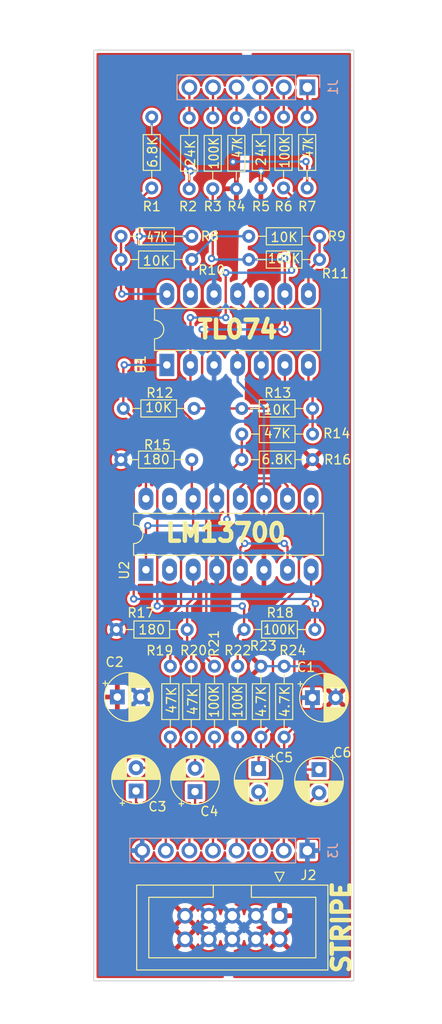
<source format=kicad_pcb>
(kicad_pcb (version 20211014) (generator pcbnew)
  (title_block (title "ER-VCA-02-DB") (date "2022-11-29") (rev "1") (company "LAND BOARDS LLC"))
  (layers (0 "F.Cu" signal) (31 "B.Cu" signal) (34 "B.Paste" user) (35 "F.Paste" user) (36 "B.SilkS" user "B.Silkscreen") (37 "F.SilkS" user "F.Silkscreen") (38 "B.Mask" user) (39 "F.Mask" user) (44 "Edge.Cuts" user))
  (net 0 "")
  (net 1 "GND")
  (net 2 "-12V")
  (net 3 "+12V")
  (net 4 "/IN2")
  (net 5 "Net-(C3-Pad2)")
  (net 6 "/IN1")
  (net 7 "Net-(C4-Pad2)")
  (net 8 "Net-(C5-Pad1)")
  (net 9 "/OUT2")
  (net 10 "Net-(C6-Pad1)")
  (net 11 "/OUT1")
  (net 12 "/POT1_CW")
  (net 13 "/POT1_CCW")
  (net 14 "/POT2_CW")
  (net 15 "/POT2_CCW")
  (net 16 "/POT2")
  (net 17 "/MOD2")
  (net 18 "/POT1")
  (net 19 "/MOD1")
  (net 21 "Net-(U2-Pad5)")
  (net 22 "Net-(U2-Pad10)")
  (net 24 "/SUM1")
  (net 25 "/SUM2")
  (net 26 "/V2A")
  (net 27 "/V1A")
  (net 28 "/V2B")
  (net 29 "/V1B")
  (net 30 "/V2C")
  (net 31 "/V1C")
  (net 32 "/V1D")
  (net 33 "Net-(R8-Pad1)")
  (net 34 "Net-(R19-Pad1)")
  (net 35 "Net-(R20-Pad1)")
  (footprint "Resistor_THT:R_Axial_DIN0204_L3.6mm_D1.6mm_P7.62mm_Horizontal" (layer "F.Cu") (at 54.559987 77.999996 180)
    (fp_text reference "R16" (at -2.69 0) (layer "F.SilkS"))
    (fp_text value "6.8K" (at 3.81 0.021996) (layer "F.SilkS"))
    (pad "1" thru_hole circle (at 0 0 180) (size 1.4 1.4) (drill 0.7) (layers *.Cu *.Mask) (net 2 "-12V"))
    (pad "2" thru_hole oval (at 7.62 0 180) (size 1.4 1.4) (drill 0.7) (layers *.Cu *.Mask) (net 32 "/V1D"))
  )
  (footprint "Package_DIP:DIP-14_W7.62mm_LongPads" (layer "F.Cu") (at 38.875 67.825 90)
    (fp_text reference "U1" (at 0.043 -2.795 90) (layer "F.SilkS"))
    (fp_text value "TL074")
    (pad "1" thru_hole rect (at 0 0 90) (size 2.4 1.6) (drill 0.8) (layers *.Cu *.Mask) (net 27 "/V1A"))
    (pad "2" thru_hole oval (at 0 2.54 90) (size 2.4 1.6) (drill 0.8) (layers *.Cu *.Mask) (net 24 "/SUM1"))
    (pad "3" thru_hole oval (at 0 5.08 90) (size 2.4 1.6) (drill 0.8) (layers *.Cu *.Mask) (net 1 "GND"))
    (pad "4" thru_hole oval (at 0 7.62 90) (size 2.4 1.6) (drill 0.8) (layers *.Cu *.Mask) (net 3 "+12V"))
    (pad "5" thru_hole oval (at 0 10.16 90) (size 2.4 1.6) (drill 0.8) (layers *.Cu *.Mask) (net 1 "GND"))
    (pad "6" thru_hole oval (at 0 12.7 90) (size 2.4 1.6) (drill 0.8) (layers *.Cu *.Mask) (net 29 "/V1B"))
    (pad "7" thru_hole oval (at 0 15.24 90) (size 2.4 1.6) (drill 0.8) (layers *.Cu *.Mask) (net 31 "/V1C"))
    (pad "8" thru_hole oval (at 7.62 15.24 90) (size 2.4 1.6) (drill 0.8) (layers *.Cu *.Mask) (net 26 "/V2A"))
    (pad "9" thru_hole oval (at 7.62 12.7 90) (size 2.4 1.6) (drill 0.8) (layers *.Cu *.Mask) (net 25 "/SUM2"))
    (pad "10" thru_hole oval (at 7.62 10.16 90) (size 2.4 1.6) (drill 0.8) (layers *.Cu *.Mask) (net 1 "GND"))
    (pad "11" thru_hole oval (at 7.62 7.62 90) (size 2.4 1.6) (drill 0.8) (layers *.Cu *.Mask) (net 2 "-12V"))
    (pad "12" thru_hole oval (at 7.62 5.08 90) (size 2.4 1.6) (drill 0.8) (layers *.Cu *.Mask) (net 1 "GND"))
    (pad "13" thru_hole oval (at 7.62 2.54 90) (size 2.4 1.6) (drill 0.8) (layers *.Cu *.Mask) (net 28 "/V2B"))
    (pad "14" thru_hole oval (at 7.62 0 90) (size 2.4 1.6) (drill 0.8) (layers *.Cu *.Mask) (net 30 "/V2C"))
  )
  (footprint "Package_DIP:DIP-16_W7.62mm_LongPads" (layer "F.Cu") (at 36.625 89.825 90)
    (fp_text reference "U2" (at -0.055 -2.33 90) (layer "F.SilkS"))
    (fp_text value "LM13700")
    (pad "1" thru_hole rect (at 0 0 90) (size 2.4 1.6) (drill 0.8) (layers *.Cu *.Mask) (net 32 "/V1D"))
    (pad "2" thru_hole oval (at 0 2.54 90) (size 2.4 1.6) (drill 0.8) (layers *.Cu *.Mask))
    (pad "3" thru_hole oval (at 0 5.08 90) (size 2.4 1.6) (drill 0.8) (layers *.Cu *.Mask) (net 35 "Net-(R20-Pad1)"))
    (pad "4" thru_hole oval (at 0 7.62 90) (size 2.4 1.6) (drill 0.8) (layers *.Cu *.Mask) (net 1 "GND"))
    (pad "5" thru_hole oval (at 0 10.16 90) (size 2.4 1.6) (drill 0.8) (layers *.Cu *.Mask) (net 21 "Net-(U2-Pad5)"))
    (pad "6" thru_hole oval (at 0 12.7 90) (size 2.4 1.6) (drill 0.8) (layers *.Cu *.Mask) (net 2 "-12V"))
    (pad "7" thru_hole oval (at 0 15.24 90) (size 2.4 1.6) (drill 0.8) (layers *.Cu *.Mask) (net 21 "Net-(U2-Pad5)"))
    (pad "8" thru_hole oval (at 0 17.78 90) (size 2.4 1.6) (drill 0.8) (layers *.Cu *.Mask) (net 10 "Net-(C6-Pad1)"))
    (pad "9" thru_hole oval (at 7.62 17.78 90) (size 2.4 1.6) (drill 0.8) (layers *.Cu *.Mask) (net 8 "Net-(C5-Pad1)"))
    (pad "10" thru_hole oval (at 7.62 15.24 90) (size 2.4 1.6) (drill 0.8) (layers *.Cu *.Mask) (net 22 "Net-(U2-Pad10)"))
    (pad "11" thru_hole oval (at 7.62 12.7 90) (size 2.4 1.6) (drill 0.8) (layers *.Cu *.Mask) (net 3 "+12V"))
    (pad "12" thru_hole oval (at 7.62 10.16 90) (size 2.4 1.6) (drill 0.8) (layers *.Cu *.Mask) (net 22 "Net-(U2-Pad10)"))
    (pad "13" thru_hole oval (at 7.62 7.62 90) (size 2.4 1.6) (drill 0.8) (layers *.Cu *.Mask) (net 1 "GND"))
    (pad "14" thru_hole oval (at 7.62 5.08 90) (size 2.4 1.6) (drill 0.8) (layers *.Cu *.Mask) (net 34 "Net-(R19-Pad1)"))
    (pad "15" thru_hole oval (at 7.62 2.54 90) (size 2.4 1.6) (drill 0.8) (layers *.Cu *.Mask))
    (pad "16" thru_hole oval (at 7.62 0 90) (size 2.4 1.6) (drill 0.8) (layers *.Cu *.Mask) (net 33 "Net-(R8-Pad1)"))
  )
  (footprint "Resistor_THT:R_Axial_DIN0204_L3.6mm_D1.6mm_P7.62mm_Horizontal" (layer "F.Cu") (at 37.249989 41.190012 -90)
    (fp_text reference "R1" (at 9.609988 0 180) (layer "F.SilkS"))
    (fp_text value "6.8K" (at 3.768 -0.088011 90) (layer "F.SilkS"))
    (pad "1" thru_hole circle (at 0 0 270) (size 1.4 1.4) (drill 0.7) (layers *.Cu *.Mask) (net 2 "-12V"))
    (pad "2" thru_hole oval (at 7.62 0 270) (size 1.4 1.4) (drill 0.7) (layers *.Cu *.Mask) (net 33 "Net-(R8-Pad1)"))
  )
  (footprint "Resistor_THT:R_Axial_DIN0204_L3.6mm_D1.6mm_P7.62mm_Horizontal" (layer "F.Cu") (at 41.499993 100.189995 -90)
    (fp_text reference "R20" (at -1.69 -0.25 180) (layer "F.SilkS"))
    (fp_text value "47K" (at 3.81 -0.168007 90) (layer "F.SilkS"))
    (pad "1" thru_hole circle (at 0 0 270) (size 1.4 1.4) (drill 0.7) (layers *.Cu *.Mask) (net 35 "Net-(R20-Pad1)"))
    (pad "2" thru_hole oval (at 7.62 0 270) (size 1.4 1.4) (drill 0.7) (layers *.Cu *.Mask) (net 7 "Net-(C4-Pad2)"))
  )
  (footprint "Capacitor_THT:CP_Radial_D5.0mm_P2.50mm" (layer "F.Cu") (at 41.91 113.665 90)
    (fp_text reference "C4" (at -2.123 1.536 180) (layer "F.SilkS"))
    (fp_text value "2.2uF")
    (pad "1" thru_hole rect (at 0 0 90) (size 1.6 1.6) (drill 0.8) (layers *.Cu *.Mask) (net 6 "/IN1"))
    (pad "2" thru_hole circle (at 2.5 0 90) (size 1.6 1.6) (drill 0.8) (layers *.Cu *.Mask) (net 7 "Net-(C4-Pad2)"))
  )
  (footprint "Resistor_THT:R_Axial_DIN0204_L3.6mm_D1.6mm_P7.62mm_Horizontal" (layer "F.Cu") (at 51.435 41.190012 -90)
    (fp_text reference "R6" (at 9.609988 0 180) (layer "F.SilkS"))
    (fp_text value "100K" (at 3.767988 -0.127 90) (layer "F.SilkS") (effects (font (size 1 0.889))))
    (pad "1" thru_hole circle (at 0 0 270) (size 1.4 1.4) (drill 0.7) (layers *.Cu *.Mask) (net 18 "/POT1"))
    (pad "2" thru_hole oval (at 7.62 0 270) (size 1.4 1.4) (drill 0.7) (layers *.Cu *.Mask) (net 24 "/SUM1"))
  )
  (footprint "Resistor_THT:R_Axial_DIN0204_L3.6mm_D1.6mm_P7.62mm_Horizontal" (layer "F.Cu") (at 33.439989 96.249998)
    (fp_text reference "R17" (at 2.640011 -1.797998) (layer "F.SilkS"))
    (fp_text value "180" (at 3.81 0.016002) (layer "F.SilkS"))
    (pad "1" thru_hole circle (at 0 0) (size 1.4 1.4) (drill 0.7) (layers *.Cu *.Mask) (net 1 "GND"))
    (pad "2" thru_hole oval (at 7.62 0) (size 1.4 1.4) (drill 0.7) (layers *.Cu *.Mask) (net 35 "Net-(R20-Pad1)"))
  )
  (footprint "Resistor_THT:R_Axial_DIN0204_L3.6mm_D1.6mm_P7.62mm_Horizontal" (layer "F.Cu") (at 43.815 41.275 -90)
    (fp_text reference "R3" (at 9.525 0 180) (layer "F.SilkS"))
    (fp_text value "100K" (at 3.81 -0.127 90) (layer "F.SilkS") (effects (font (size 1 0.889))))
    (pad "1" thru_hole circle (at 0 0 270) (size 1.4 1.4) (drill 0.7) (layers *.Cu *.Mask) (net 16 "/POT2"))
    (pad "2" thru_hole oval (at 7.62 0 270) (size 1.4 1.4) (drill 0.7) (layers *.Cu *.Mask) (net 25 "/SUM2"))
  )
  (footprint "Resistor_THT:R_Axial_DIN0204_L3.6mm_D1.6mm_P7.62mm_Horizontal" (layer "F.Cu") (at 33.939988 77.999996)
    (fp_text reference "R15" (at 3.918012 -1.581996) (layer "F.SilkS"))
    (fp_text value "180" (at 3.81 -0.021996) (layer "F.SilkS"))
    (pad "1" thru_hole circle (at 0 0) (size 1.4 1.4) (drill 0.7) (layers *.Cu *.Mask) (net 1 "GND"))
    (pad "2" thru_hole oval (at 7.62 0) (size 1.4 1.4) (drill 0.7) (layers *.Cu *.Mask) (net 34 "Net-(R19-Pad1)"))
  )
  (footprint "Capacitor_THT:CP_Radial_D5.0mm_P2.50mm" (layer "F.Cu") (at 33.544888 103.5)
    (fp_text reference "C2" (at -0.294888 -3.75) (layer "F.SilkS"))
    (fp_text value "47uF")
    (pad "1" thru_hole rect (at 0 0) (size 1.6 1.6) (drill 0.8) (layers *.Cu *.Mask) (net 3 "+12V"))
    (pad "2" thru_hole circle (at 2.5 0) (size 1.6 1.6) (drill 0.8) (layers *.Cu *.Mask) (net 1 "GND"))
  )
  (footprint "Capacitor_THT:CP_Radial_D5.0mm_P2.50mm" (layer "F.Cu") (at 35.56 113.600113 90)
    (fp_text reference "C3" (at -1.679887 2.298 180) (layer "F.SilkS"))
    (fp_text value "2.2uF")
    (pad "1" thru_hole rect (at 0 0 90) (size 1.6 1.6) (drill 0.8) (layers *.Cu *.Mask) (net 4 "/IN2"))
    (pad "2" thru_hole circle (at 2.5 0 90) (size 1.6 1.6) (drill 0.8) (layers *.Cu *.Mask) (net 5 "Net-(C3-Pad2)"))
  )
  (footprint "Resistor_THT:R_Axial_DIN0204_L3.6mm_D1.6mm_P7.62mm_Horizontal" (layer "F.Cu") (at 41.559988 56.499989 180)
    (fp_text reference "R10" (at -2.140012 -1.122011) (layer "F.SilkS"))
    (fp_text value "10K" (at 3.81 -0.142011) (layer "F.SilkS"))
    (pad "1" thru_hole circle (at 0 0 180) (size 1.4 1.4) (drill 0.7) (layers *.Cu *.Mask) (net 28 "/V2B"))
    (pad "2" thru_hole oval (at 7.62 0 180) (size 1.4 1.4) (drill 0.7) (layers *.Cu *.Mask) (net 30 "/V2C"))
  )
  (footprint "Resistor_THT:R_Axial_DIN0204_L3.6mm_D1.6mm_P7.62mm_Horizontal" (layer "F.Cu") (at 46.939987 72.500007)
    (fp_text reference "R13" (at 3.872013 -1.670007 180) (layer "F.SilkS"))
    (fp_text value "10K" (at 3.81 0.143993) (layer "F.SilkS"))
    (pad "1" thru_hole circle (at 0 0) (size 1.4 1.4) (drill 0.7) (layers *.Cu *.Mask) (net 29 "/V1B"))
    (pad "2" thru_hole oval (at 7.62 0) (size 1.4 1.4) (drill 0.7) (layers *.Cu *.Mask) (net 31 "/V1C"))
  )
  (footprint "Resistor_THT:R_Axial_DIN0204_L3.6mm_D1.6mm_P7.62mm_Horizontal" (layer "F.Cu") (at 46.500009 107.809995 90)
    (fp_text reference "R22" (at 9.31 0 180) (layer "F.SilkS"))
    (fp_text value "100K" (at 3.81 -0.00602 90) (layer "F.SilkS") (effects (font (size 1 0.889))))
    (pad "1" thru_hole circle (at 0 0 90) (size 1.4 1.4) (drill 0.7) (layers *.Cu *.Mask) (net 19 "/MOD1"))
    (pad "2" thru_hole oval (at 7.62 0 90) (size 1.4 1.4) (drill 0.7) (layers *.Cu *.Mask) (net 24 "/SUM1"))
  )
  (footprint "Resistor_THT:R_Axial_DIN0204_L3.6mm_D1.6mm_P7.62mm_Horizontal" (layer "F.Cu") (at 55.309999 53.999994 180)
    (fp_text reference "R9" (at -1.852001 -0.000006 180) (layer "F.SilkS"))
    (fp_text value "10K" (at 3.81 -0.102006) (layer "F.SilkS"))
    (pad "1" thru_hole circle (at 0 0 180) (size 1.4 1.4) (drill 0.7) (layers *.Cu *.Mask) (net 26 "/V2A"))
    (pad "2" thru_hole oval (at 7.62 0 180) (size 1.4 1.4) (drill 0.7) (layers *.Cu *.Mask) (net 28 "/V2B"))
  )
  (footprint "Resistor_THT:R_Axial_DIN0204_L3.6mm_D1.6mm_P7.62mm_Horizontal" (layer "F.Cu") (at 41.275 41.275 -90)
    (fp_text reference "R2" (at 9.525 0.127 180) (layer "F.SilkS"))
    (fp_text value "24K" (at 3.81 -0.127 90) (layer "F.SilkS"))
    (pad "1" thru_hole circle (at 0 0 270) (size 1.4 1.4) (drill 0.7) (layers *.Cu *.Mask) (net 15 "/POT2_CCW"))
    (pad "2" thru_hole oval (at 7.62 0 270) (size 1.4 1.4) (drill 0.7) (layers *.Cu *.Mask) (net 2 "-12V"))
  )
  (footprint "Resistor_THT:R_Axial_DIN0204_L3.6mm_D1.6mm_P7.62mm_Horizontal" (layer "F.Cu") (at 43.999988 107.809995 90)
    (fp_text reference "R21" (at 10.055995 -0.045988 270) (layer "F.SilkS"))
    (fp_text value "100K" (at 3.81 -0.045999 90) (layer "F.SilkS") (effects (font (size 1 0.889))))
    (pad "1" thru_hole circle (at 0 0 90) (size 1.4 1.4) (drill 0.7) (layers *.Cu *.Mask) (net 17 "/MOD2"))
    (pad "2" thru_hole oval (at 7.62 0 90) (size 1.4 1.4) (drill 0.7) (layers *.Cu *.Mask) (net 25 "/SUM2"))
  )
  (footprint "Resistor_THT:R_Axial_DIN0204_L3.6mm_D1.6mm_P7.62mm_Horizontal" (layer "F.Cu") (at 34.19 72.500007)
    (fp_text reference "R12" (at 3.922 -1.670007) (layer "F.SilkS"))
    (fp_text value "10K" (at 3.81 -0.110007) (layer "F.SilkS"))
    (pad "1" thru_hole circle (at 0 0) (size 1.4 1.4) (drill 0.7) (layers *.Cu *.Mask) (net 27 "/V1A"))
    (pad "2" thru_hole oval (at 7.62 0) (size 1.4 1.4) (drill 0.7) (layers *.Cu *.Mask) (net 29 "/V1B"))
  )
  (footprint "Capacitor_THT:CP_Radial_D5.0mm_P2.50mm" (layer "F.Cu") (at 54.544888 103.569887)
    (fp_text reference "C1" (at -0.684888 -3.275887) (layer "F.SilkS"))
    (fp_text value "47uF")
    (pad "1" thru_hole rect (at 0 0) (size 1.6 1.6) (drill 0.8) (layers *.Cu *.Mask) (net 1 "GND"))
    (pad "2" thru_hole circle (at 2.5 0) (size 1.6 1.6) (drill 0.8) (layers *.Cu *.Mask) (net 2 "-12V"))
  )
  (footprint "Resistor_THT:R_Axial_DIN0204_L3.6mm_D1.6mm_P7.62mm_Horizontal" (layer "F.Cu") (at 46.355 41.275 -90)
    (fp_text reference "R4" (at 9.525 0 180) (layer "F.SilkS"))
    (fp_text value "47K" (at 3.175 -0.127 90) (layer "F.SilkS") (effects (font (size 1 0.762))))
    (pad "1" thru_hole circle (at 0 0 270) (size 1.4 1.4) (drill 0.7) (layers *.Cu *.Mask) (net 14 "/POT2_CW"))
    (pad "2" thru_hole oval (at 7.62 0 270) (size 1.4 1.4) (drill 0.7) (layers *.Cu *.Mask) (net 3 "+12V"))
  )
  (footprint "Capacitor_THT:CP_Radial_D5.0mm_P2.50mm" (layer "F.Cu") (at 48.75 111.189888 -90)
    (fp_text reference "C5" (at -1.189888 -2.74 180) (layer "F.SilkS"))
    (fp_text value "2.2uF")
    (pad "1" thru_hole rect (at 0 0 270) (size 1.6 1.6) (drill 0.8) (layers *.Cu *.Mask) (net 8 "Net-(C5-Pad1)"))
    (pad "2" thru_hole circle (at 2.5 0 270) (size 1.6 1.6) (drill 0.8) (layers *.Cu *.Mask) (net 9 "/OUT2"))
  )
  (footprint "Resistor_THT:R_Axial_DIN0204_L3.6mm_D1.6mm_P7.62mm_Horizontal" (layer "F.Cu") (at 47.689999 56.499989)
    (fp_text reference "R11" (at 9.310001 1.500011 180) (layer "F.SilkS"))
    (fp_text value "100K" (at 3.81 -0.112) (layer "F.SilkS") (effects (font (size 1 0.889))))
    (pad "1" thru_hole circle (at 0 0) (size 1.4 1.4) (drill 0.7) (layers *.Cu *.Mask) (net 25 "/SUM2"))
    (pad "2" thru_hole oval (at 7.62 0) (size 1.4 1.4) (drill 0.7) (layers *.Cu *.Mask) (net 26 "/V2A"))
  )
  (footprint "Resistor_THT:R_Axial_DIN0204_L3.6mm_D1.6mm_P7.62mm_Horizontal" (layer "F.Cu") (at 39.25001 100.189995 -90)
    (fp_text reference "R19" (at -1.673995 1.13801 180) (layer "F.SilkS"))
    (fp_text value "47K" (at 3.660005 -0.13199 90) (layer "F.SilkS"))
    (pad "1" thru_hole circle (at 0 0 270) (size 1.4 1.4) (drill 0.7) (layers *.Cu *.Mask) (net 34 "Net-(R19-Pad1)"))
    (pad "2" thru_hole oval (at 7.62 0 270) (size 1.4 1.4) (drill 0.7) (layers *.Cu *.Mask) (net 5 "Net-(C3-Pad2)"))
  )
  (footprint "Resistor_THT:R_Axial_DIN0204_L3.6mm_D1.6mm_P7.62mm_Horizontal" (layer "F.Cu") (at 47.19 96.249998)
    (fp_text reference "R18" (at 3.876 -1.797998 180) (layer "F.SilkS"))
    (fp_text value "100K" (at 3.81 0.016002) (layer "F.SilkS") (effects (font (size 1 0.889))))
    (pad "1" thru_hole circle (at 0 0) (size 1.4 1.4) (drill 0.7) (layers *.Cu *.Mask) (net 24 "/SUM1"))
    (pad "2" thru_hole oval (at 7.62 0) (size 1.4 1.4) (drill 0.7) (layers *.Cu *.Mask) (net 27 "/V1A"))
  )
  (footprint "Resistor_THT:R_Axial_DIN0204_L3.6mm_D1.6mm_P7.62mm_Horizontal" (layer "F.Cu") (at 41.559988 53.999994 180)
    (fp_text reference "R8" (at -1.940012 -0.000006) (layer "F.SilkS"))
    (fp_text value "47K" (at 3.713988 -0.102006) (layer "F.SilkS") (effects (font (size 1 0.762))))
    (pad "1" thru_hole circle (at 0 0 180) (size 1.4 1.4) (drill 0.7) (layers *.Cu *.Mask) (net 33 "Net-(R8-Pad1)"))
    (pad "2" thru_hole oval (at 7.62 0 180) (size 1.4 1.4) (drill 0.7) (layers *.Cu *.Mask) (net 30 "/V2C"))
  )
  (footprint "Resistor_THT:R_Axial_DIN0204_L3.6mm_D1.6mm_P7.62mm_Horizontal" (layer "F.Cu") (at 51.499999 100.189995 -90)
    (fp_text reference "R24" (at -1.69 -0.92) (layer "F.SilkS"))
    (fp_text value "4.7K" (at 3.81 -0.074001 90) (layer "F.SilkS"))
    (pad "1" thru_hole circle (at 0 0 270) (size 1.4 1.4) (drill 0.7) (layers *.Cu *.Mask) (net 2 "-12V"))
    (pad "2" thru_hole oval (at 7.62 0 270) (size 1.4 1.4) (drill 0.7) (layers *.Cu *.Mask) (net 10 "Net-(C6-Pad1)"))
  )
  (footprint "Resistor_THT:R_Axial_DIN0204_L3.6mm_D1.6mm_P7.62mm_Horizontal" (layer "F.Cu") (at 49.000004 41.190012 -90)
    (fp_text reference "R5" (at 9.609988 0 180) (layer "F.SilkS"))
    (fp_text value "24K" (at 3.81 -0.021996 90) (layer "F.SilkS"))
    (pad "1" thru_hole circle (at 0 0 270) (size 1.4 1.4) (drill 0.7) (layers *.Cu *.Mask) (net 13 "/POT1_CCW"))
    (pad "2" thru_hole oval (at 7.62 0 270) (size 1.4 1.4) (drill 0.7) (layers *.Cu *.Mask) (net 2 "-12V"))
  )
  (footprint "Capacitor_THT:CP_Radial_D5.0mm_P2.50mm" (layer "F.Cu") (at 55.25 111.294888 -90)
    (fp_text reference "C6" (at -1.824888 -2.505 180) (layer "F.SilkS"))
    (fp_text value "2.2uF")
    (pad "1" thru_hole rect (at 0 0 270) (size 1.6 1.6) (drill 0.8) (layers *.Cu *.Mask) (net 10 "Net-(C6-Pad1)"))
    (pad "2" thru_hole circle (at 2.5 0 270) (size 1.6 1.6) (drill 0.8) (layers *.Cu *.Mask) (net 11 "/OUT1"))
  )
  (footprint "Resistor_THT:R_Axial_DIN0204_L3.6mm_D1.6mm_P7.62mm_Horizontal" (layer "F.Cu") (at 53.975 41.190012 -90)
    (fp_text reference "R7" (at 9.609988 0 180) (layer "F.SilkS"))
    (fp_text value "47K" (at 3.259988 -0.127 90) (layer "F.SilkS") (effects (font (size 1 0.762))))
    (pad "1" thru_hole circle (at 0 0 270) (size 1.4 1.4) (drill 0.7) (layers *.Cu *.Mask) (net 12 "/POT1_CW"))
    (pad "2" thru_hole oval (at 7.62 0 270) (size 1.4 1.4) (drill 0.7) (layers *.Cu *.Mask) (net 3 "+12V"))
  )
  (footprint "Connector_IDC:IDC-Header_2x05_P2.54mm_Vertical" (layer "F.Cu") (at 51 127 -90)
    (fp_text reference "J2" (at -4.354 -3.114 180) (layer "F.SilkS"))
    (fp_text value "Conn_02x05_Odd_Even")
    (pad "1" thru_hole roundrect (at 0 0 270) (size 1.7 1.7) (drill 1) (layers *.Cu *.Mask) (roundrect_rratio 0.1470588235) (net 2 "-12V"))
    (pad "2" thru_hole circle (at 2.54 0 270) (size 1.7 1.7) (drill 1) (layers *.Cu *.Mask) (net 2 "-12V"))
    (pad "3" thru_hole circle (at 0 2.54 270) (size 1.7 1.7) (drill 1) (layers *.Cu *.Mask) (net 1 "GND"))
    (pad "4" thru_hole circle (at 2.54 2.54 270) (size 1.7 1.7) (drill 1) (layers *.Cu *.Mask) (net 1 "GND"))
    (pad "5" thru_hole circle (at 0 5.08 270) (size 1.7 1.7) (drill 1) (layers *.Cu *.Mask) (net 1 "GND"))
    (pad "6" thru_hole circle (at 2.54 5.08 270) (size 1.7 1.7) (drill 1) (layers *.Cu *.Mask) (net 1 "GND"))
    (pad "7" thru_hole circle (at 0 7.62 270) (size 1.7 1.7) (drill 1) (layers *.Cu *.Mask) (net 1 "GND"))
    (pad "8" thru_hole circle (at 2.54 7.62 270) (size 1.7 1.7) (drill 1) (layers *.Cu *.Mask) (net 1 "GND"))
    (pad "9" thru_hole circle (at 0 10.16 270) (size 1.7 1.7) (drill 1) (layers *.Cu *.Mask) (net 3 "+12V"))
    (pad "10" thru_hole circle (at 2.54 10.16 270) (size 1.7 1.7) (drill 1) (layers *.Cu *.Mask) (net 3 "+12V"))
  )
  (footprint "Resistor_THT:R_Axial_DIN0204_L3.6mm_D1.6mm_P7.62mm_Horizontal" (layer "F.Cu") (at 49.000004 100.189995 -90)
    (fp_text reference "R23" (at -2.181995 -0.25) (layer "F.SilkS"))
    (fp_text value "4.7K" (at 3.81 -0.033996 90) (layer "F.SilkS"))
    (pad "1" thru_hole circle (at 0 0 270) (size 1.4 1.4) (drill 0.7) (layers *.Cu *.Mask) (net 2 "-12V"))
    (pad "2" thru_hole oval (at 7.62 0 270) (size 1.4 1.4) (drill 0.7) (layers *.Cu *.Mask) (net 8 "Net-(C5-Pad1)"))
  )
  (footprint "Resistor_THT:R_Axial_DIN0204_L3.6mm_D1.6mm_P7.62mm_Horizontal" (layer "F.Cu") (at 46.939987 75.249989)
    (fp_text reference "R14" (at 10.21 -0.066 180) (layer "F.SilkS"))
    (fp_text value "47K" (at 3.81 -0.065989) (layer "F.SilkS"))
    (pad "1" thru_hole circle (at 0 0) (size 1.4 1.4) (drill 0.7) (layers *.Cu *.Mask) (net 32 "/V1D"))
    (pad "2" thru_hole oval (at 7.62 0) (size 1.4 1.4) (drill 0.7) (layers *.Cu *.Mask) (net 31 "/V1C"))
  )
  (footprint "Connector_PinSocket_2.54mm:PinSocket_1x08_P2.54mm_Vertical" (layer "B.Cu") (at 54 120 90)
    (fp_text reference "J3" (at 0 2.77 90) (layer "B.SilkS") (effects (justify mirror)))
    (fp_text value "Conn_01x08")
    (pad "1" thru_hole rect (at 0 0 90) (size 1.7 1.7) (drill 1) (layers *.Cu *.Mask) (net 1 "GND"))
    (pad "2" thru_hole oval (at 0 -2.54 90) (size 1.7 1.7) (drill 1) (layers *.Cu *.Mask) (net 11 "/OUT1"))
    (pad "3" thru_hole oval (at 0 -5.08 90) (size 1.7 1.7) (drill 1) (layers *.Cu *.Mask) (net 9 "/OUT2"))
    (pad "4" thru_hole oval (at 0 -7.62 90) (size 1.7 1.7) (drill 1) (layers *.Cu *.Mask) (net 19 "/MOD1"))
    (pad "5" thru_hole oval (at 0 -10.16 90) (size 1.7 1.7) (drill 1) (layers *.Cu *.Mask) (net 17 "/MOD2"))
    (pad "6" thru_hole oval (at 0 -12.7 90) (size 1.7 1.7) (drill 1) (layers *.Cu *.Mask) (net 6 "/IN1"))
    (pad "7" thru_hole oval (at 0 -15.24 90) (size 1.7 1.7) (drill 1) (layers *.Cu *.Mask) (net 4 "/IN2"))
    (pad "8" thru_hole oval (at 0 -17.78 90) (size 1.7 1.7) (drill 1) (layers *.Cu *.Mask) (net 1 "GND"))
  )
  (footprint "Connector_PinSocket_2.54mm:PinSocket_1x06_P2.54mm_Vertical" (layer "B.Cu") (at 54 38 90)
    (fp_text reference "J1" (at 0 2.77 90) (layer "B.SilkS") (effects (justify mirror)))
    (fp_text value "Conn_01x06")
    (pad "1" thru_hole rect (at 0 0 90) (size 1.7 1.7) (drill 1) (layers *.Cu *.Mask) (net 12 "/POT1_CW"))
    (pad "2" thru_hole oval (at 0 -2.54 90) (size 1.7 1.7) (drill 1) (layers *.Cu *.Mask) (net 18 "/POT1"))
    (pad "3" thru_hole oval (at 0 -5.08 90) (size 1.7 1.7) (drill 1) (layers *.Cu *.Mask) (net 13 "/POT1_CCW"))
    (pad "4" thru_hole oval (at 0 -7.62 90) (size 1.7 1.7) (drill 1) (layers *.Cu *.Mask) (net 14 "/POT2_CW"))
    (pad "5" thru_hole oval (at 0 -10.16 90) (size 1.7 1.7) (drill 1) (layers *.Cu *.Mask) (net 16 "/POT2"))
    (pad "6" thru_hole oval (at 0 -12.7 90) (size 1.7 1.7) (drill 1) (layers *.Cu *.Mask) (net 15 "/POT2_CCW"))
  )
  (gr_rect (start 31 34) (end 59 134) (layer "Edge.Cuts") (width 0.1) (fill none))
  (gr_text "TL074" (at 46.482 64.008) (layer "F.SilkS") (effects (font (size 1.905 1.905) (thickness 0.47625))))
  (gr_text "LM13700" (at 45.212 85.852) (layer "F.SilkS") (effects (font (size 1.905 1.905) (thickness 0.47625))))
  (gr_text "STRIPE" (at 57.67 128.234 90) (layer "F.SilkS") (effects (font (size 1.905 1.905) (thickness 0.47625))))
  (segment (start 41.275 47.117) (end 41.402 46.99) (width 0.25) (layer "F.Cu") (net 2))
  (segment (start 49.022 46.99) (end 49.022 48.788) (width 0.25) (layer "F.Cu") (net 2))
  (segment (start 46.495 59.677) (end 48.006 58.166) (width 0.25) (layer "F.Cu") (net 2))
  (segment (start 41.275 48.895) (end 41.275 47.117) (width 0.25) (layer "F.Cu") (net 2))
  (segment (start 46.495 60.995) (end 47.75 62.25) (width 0.25) (layer "F.Cu") (net 2))
  (via (at 49.022 46.99) (size 0.8) (drill 0.4) (layers "F.Cu" "B.Cu") (net 2))
  (via (at 41.402 46.99) (size 0.8) (drill 0.4) (layers "F.Cu" "B.Cu") (net 2))
  (segment (start 41.402 46.99) (end 49.022 46.99) (width 0.25) (layer "B.Cu") (net 2))
  (segment (start 55.232 100.19) (end 57.044888 102.002888) (width 0.25) (layer "B.Cu") (net 2))
  (segment (start 57.044888 102.002888) (end 57.044888 103.569887) (width 0.25) (layer "B.Cu") (net 2))
  (segment (start 37.249989 41.190012) (end 37.249989 42.837989) (width 0.25) (layer "B.Cu") (net 2))
  (segment (start 37.249989 42.837989) (end 41.402 46.99) (width 0.25) (layer "B.Cu") (net 2))
  (segment (start 49 100.19) (end 51.5 100.19) (width 0.25) (layer "B.Cu") (net 2))
  (segment (start 51.5 100.19) (end 55.232 100.19) (width 0.25) (layer "B.Cu") (net 2))
  (segment (start 53.975 46.101) (end 53.975 48.81) (width 0.25) (layer "F.Cu") (net 3))
  (segment (start 46.495 66.495) (end 45.5 65.5) (width 0.25) (layer "F.Cu") (net 3))
  (segment (start 46.355 48.895) (end 46.355 46.355) (width 0.25) (layer "F.Cu") (net 3))
  (segment (start 48.75 85) (end 45.75 85) (width 0.25) (layer "F.Cu") (net 3))
  (segment (start 53.848 45.974) (end 53.975 46.101) (width 0.25) (layer "F.Cu") (net 3))
  (segment (start 49.325 84.425) (end 48.75 85) (width 0.25) (layer "F.Cu") (net 3))
  (segment (start 46.355 46.355) (end 46 46) (width 0.25) (layer "F.Cu") (net 3))
  (segment (start 46.495 67.825) (end 46.495 66.495) (width 0.25) (layer "F.Cu") (net 3))
  (segment (start 49.325 82.205) (end 49.325 84.425) (width 0.25) (layer "F.Cu") (net 3))
  (via (at 53.848 45.974) (size 0.8) (drill 0.4) (layers "F.Cu" "B.Cu") (net 3))
  (via (at 46 46) (size 0.8) (drill 0.4) (layers "F.Cu" "B.Cu") (net 3))
  (segment (start 46 46) (end 46.026 45.974) (width 0.25) (layer "B.Cu") (net 3))
  (segment (start 49.325 72.439) (end 46.495 69.609) (width 0.25) (layer "B.Cu") (net 3))
  (segment (start 46.495 69.609) (end 46.495 67.825) (width 0.25) (layer "B.Cu") (net 3))
  (segment (start 49.325 82.205) (end 49.325 72.439) (width 0.25) (layer "B.Cu") (net 3))
  (segment (start 46.026 45.974) (end 53.848 45.974) (width 0.25) (layer "B.Cu") (net 3))
  (segment (start 38.76 120) (end 38.76 118) (width 0.25) (layer "F.Cu") (net 4))
  (segment (start 35.56 114.8) (end 35.56 113.600113) (width 0.25) (layer "F.Cu") (net 4))
  (segment (start 38.76 118) (end 35.56 114.8) (width 0.25) (layer "F.Cu") (net 4))
  (segment (start 39.25 109.25) (end 39.25 107.81) (width 0.25) (layer "F.Cu") (net 5))
  (segment (start 37.399887 111.100113) (end 39.25 109.25) (width 0.25) (layer "F.Cu") (net 5))
  (segment (start 35.56 111.100113) (end 37.399887 111.100113) (width 0.25) (layer "F.Cu") (net 5))
  (segment (start 41.3 120) (end 41.3 116.2) (width 0.25) (layer "F.Cu") (net 6))
  (segment (start 41.3 116.2) (end 41.91 115.59) (width 0.25) (layer "F.Cu") (net 6))
  (segment (start 41.91 113.665) (end 41.91 115.59) (width 0.25) (layer "F.Cu") (net 6))
  (segment (start 41.5 109.25) (end 41.5 107.81) (width 0.25) (layer "F.Cu") (net 7))
  (segment (start 41.91 109.66) (end 41.5 109.25) (width 0.25) (layer "F.Cu") (net 7))
  (segment (start 41.91 111.165) (end 41.91 109.66) (width 0.25) (layer "F.Cu") (net 7))
  (segment (start 48.75 110) (end 49 109.75) (width 0.25) (layer "F.Cu") (net 8))
  (segment (start 53.086 91.694) (end 50.292 94.488) (width 0.25) (layer "F.Cu") (net 8))
  (segment (start 54.405 82.205) (end 54.405 86.311) (width 0.25) (layer "F.Cu") (net 8))
  (segment (start 53.086 87.63) (end 53.086 91.694) (width 0.25) (layer "F.Cu") (net 8))
  (segment (start 50.292 106.518) (end 49 107.81) (width 0.25) (layer "F.Cu") (net 8))
  (segment (start 49 109.75) (end 49 107.81) (width 0.25) (layer "F.Cu") (net 8))
  (segment (start 54.405 86.311) (end 53.086 87.63) (width 0.25) (layer "F.Cu") (net 8))
  (segment (start 48.75 111.189888) (end 48.75 110) (width 0.25) (layer "F.Cu") (net 8))
  (segment (start 50.292 94.488) (end 50.292 106.518) (width 0.25) (layer "F.Cu") (net 8))
  (segment (start 48.92 120) (end 48.92 113.859888) (width 0.25) (layer "F.Cu") (net 9))
  (segment (start 53.544888 111.294888) (end 51.5 109.25) (width 0.25) (layer "F.Cu") (net 10))
  (segment (start 51.5 109.25) (end 51.5 107.81) (width 0.25) (layer "F.Cu") (net 10))
  (segment (start 52.6 106.71) (end 52.6 94.5) (width 0.25) (layer "F.Cu") (net 10))
  (segment (start 51.5 107.81) (end 52.6 106.71) (width 0.25) (layer "F.Cu") (net 10))
  (segment (start 55.25 111.294888) (end 53.544888 111.294888) (width 0.25) (layer "F.Cu") (net 10))
  (segment (start 54.405 92.695) (end 54.405 89.825) (width 0.25) (layer "F.Cu") (net 10))
  (segment (start 52.6 94.5) (end 54.405 92.695) (width 0.25) (layer "F.Cu") (net 10))
  (segment (start 51.46 120) (end 51.46 117.584888) (width 0.25) (layer "F.Cu") (net 11))
  (segment (start 51.46 117.584888) (end 55.25 113.794888) (width 0.25) (layer "F.Cu") (net 11))
  (segment (start 54 38) (end 54 41.165) (width 0.25) (layer "F.Cu") (net 12))
  (segment (start 48.92 38) (end 48.92 41.11) (width 0.25) (layer "F.Cu") (net 13))
  (segment (start 46.38 38) (end 46.38 41.25) (width 0.25) (layer "F.Cu") (net 14))
  (segment (start 41.3 38) (end 41.3 41.25) (width 0.25) (layer "F.Cu") (net 15))
  (segment (start 43.84 38) (end 43.84 41.25) (width 0.25) (layer "F.Cu") (net 16))
  (segment (start 44 115.004) (end 43.84 115.164) (width 0.25) (layer "F.Cu") (net 17))
  (segment (start 43.84 115.164) (end 43.84 120) (width 0.25) (layer "F.Cu") (net 17))
  (segment (start 44 107.81) (end 44 115.004) (width 0.25) (layer "F.Cu") (net 17))
  (segment (start 51.46 38) (end 51.46 41.165) (width 0.25) (layer "F.Cu") (net 18))
  (segment (start 46.38 120) (end 46.38 110.628) (width 0.25) (layer "F.Cu") (net 19))
  (segment (start 46.5 110.508) (end 46.5 107.81) (width 0.25) (layer "F.Cu") (net 19))
  (segment (start 46.38 110.628) (end 46.5 110.508) (width 0.25) (layer "F.Cu") (net 19))
  (segment (start 46.785 89.825) (end 46.785 87.465) (width 0.25) (layer "F.Cu") (net 21))
  (segment (start 51.865 87.365) (end 51.865 89.825) (width 0.25) (layer "F.Cu") (net 21))
  (segment (start 51.5 87) (end 51.865 87.365) (width 0.25) (layer "F.Cu") (net 21))
  (segment (start 46.785 87.465) (end 47.25 87) (width 0.25) (layer "F.Cu") (net 21))
  (via (at 47.25 87) (size 0.8) (drill 0.4) (layers "F.Cu" "B.Cu") (net 21))
  (via (at 51.5 87) (size 0.8) (drill 0.4) (layers "F.Cu" "B.Cu") (net 21))
  (segment (start 47.25 87) (end 51.5 87) (width 0.25) (layer "B.Cu") (net 21))
  (segment (start 51.054 80.01) (end 51.865 80.821) (width 0.25) (layer "F.Cu") (net 22))
  (segment (start 47.752 80.01) (end 51.054 80.01) (width 0.25) (layer "F.Cu") (net 22))
  (segment (start 46.785 80.977) (end 47.752 80.01) (width 0.25) (layer "F.Cu") (net 22))
  (segment (start 51.865 80.821) (end 51.865 82.205) (width 0.25) (layer "F.Cu") (net 22))
  (segment (start 46.785 82.205) (end 46.785 80.977) (width 0.25) (layer "F.Cu") (net 22))
  (segment (start 46.5 96.94) (end 47.19 96.25) (width 0.25) (layer "F.Cu") (net 24))
  (segment (start 37.846 93.726) (end 37.846 73.152) (width 0.25) (layer "F.Cu") (net 24))
  (segment (start 52.299074 57.650133) (end 52.299074 49.674074) (width 0.25) (layer "F.Cu") (net 24))
  (segment (start 47.19 93.926) (end 46.99 93.726) (width 0.25) (layer "F.Cu") (net 24))
  (segment (start 41.415 69.583) (end 41.415 62.751) (width 0.25) (layer "F.Cu") (net 24))
  (segment (start 46.5 100.19) (end 46.5 96.94) (width 0.25) (layer "F.Cu") (net 24))
  (segment (start 47.19 96.25) (end 47.19 93.926) (width 0.25) (layer "F.Cu") (net 24))
  (segment (start 45.212 62.738) (end 45.212 57.912) (width 0.25) (layer "F.Cu") (net 24))
  (segment (start 41.415 62.751) (end 41.402 62.738) (width 0.25) (layer "F.Cu") (net 24))
  (segment (start 41.415 69.583) (end 37.846 73.152) (width 0.25) (layer "F.Cu") (net 24))
  (segment (start 52.299074 49.674074) (end 51.435 48.81) (width 0.25) (layer "F.Cu") (net 24))
  (via (at 45.212 62.738) (size 0.8) (drill 0.4) (layers "F.Cu" "B.Cu") (net 24))
  (via (at 41.402 62.738) (size 0.8) (drill 0.4) (layers "F.Cu" "B.Cu") (net 24))
  (via (at 45.212 57.912) (size 0.8) (drill 0.4) (layers "F.Cu" "B.Cu") (net 24))
  (via (at 46.99 93.726) (size 0.8) (drill 0.4) (layers "F.Cu" "B.Cu") (net 24))
  (via (at 52.299074 57.650133) (size 0.8) (drill 0.4) (layers "F.Cu" "B.Cu") (net 24))
  (via (at 37.846 93.726) (size 0.8) (drill 0.4) (layers "F.Cu" "B.Cu") (net 24))
  (segment (start 46.99 93.726) (end 37.846 93.726) (width 0.25) (layer "B.Cu") (net 24))
  (segment (start 45.212 57.912) (end 52.037207 57.912) (width 0.25) (layer "B.Cu") (net 24))
  (segment (start 41.402 62.738) (end 45.212 62.738) (width 0.25) (layer "B.Cu") (net 24))
  (segment (start 52.037207 57.912) (end 52.299074 57.650133) (width 0.25) (layer "B.Cu") (net 24))
  (segment (start 44 100.19) (end 43.12048 99.31048) (width 0.25) (layer "F.Cu") (net 25))
  (segment (start 51.562 64.008) (end 51.575 63.995) (width 0.25) (layer "F.Cu") (net 25))
  (segment (start 51.575 63.995) (end 51.575 57.675) (width 0.25) (layer "F.Cu") (net 25))
  (segment (start 43.12048 75.259358) (end 40.6 72.738878) (width 0.25) (layer "F.Cu") (net 25))
  (segment (start 40.68 71.842) (end 42.8 69.722) (width 0.25) (layer "F.Cu") (net 25))
  (segment (start 43.815 48.895) (end 43.815 56.261) (width 0.25) (layer "F.Cu") (net 25))
  (segment (start 40.6 71.842) (end 40.68 71.842) (width 0.25) (layer "F.Cu") (net 25))
  (segment (start 51.562 56.388) (end 51.562 60.192) (width 0.25) (layer "F.Cu") (net 25))
  (segment (start 43.12048 99.31048) (end 43.12048 75.259358) (width 0.25) (layer "F.Cu") (net 25))
  (segment (start 40.6 72.738878) (end 40.6 71.842) (width 0.25) (layer "F.Cu") (net 25))
  (segment (start 43.815 56.261) (end 43.688 56.388) (width 0.25) (layer "F.Cu") (net 25))
  (segment (start 42.672 69.85) (end 42.672 64.008) (width 0.25) (layer "F.Cu") (net 25))
  (via (at 51.562 56.388) (size 0.8) (drill 0.4) (layers "F.Cu" "B.Cu") (net 25))
  (via (at 43.688 56.388) (size 0.8) (drill 0.4) (layers "F.Cu" "B.Cu") (net 25))
  (via (at 51.562 64.008) (size 0.8) (drill 0.4) (layers "F.Cu" "B.Cu") (net 25))
  (via (at 42.672 64.008) (size 0.8) (drill 0.4) (layers "F.Cu" "B.Cu") (net 25))
  (segment (start 43.8 56.5) (end 47.69 56.5) (width 0.25) (layer "B.Cu") (net 25))
  (segment (start 47.69 56.5) (end 51.45 56.5) (width 0.25) (layer "B.Cu") (net 25))
  (segment (start 51.45 56.5) (end 51.562 56.388) (width 0.25) (layer "B.Cu") (net 25))
  (segment (start 42.672 64.008) (end 51.562 64.008) (width 0.25) (layer "B.Cu") (net 25))
  (segment (start 54.115 57.695) (end 55.31 56.5) (width 0.25) (layer "F.Cu") (net 26))
  (segment (start 54.115 60.205) (end 54.115 57.695) (width 0.25) (layer "F.Cu") (net 26))
  (segment (start 55.31 54) (end 55.31 56.5) (width 0.25) (layer "F.Cu") (net 26))
  (segment (start 35.306 73.616) (end 35.306 92.964) (width 0.25) (layer "F.Cu") (net 27))
  (segment (start 54.81 93.526) (end 54.864 93.472) (width 0.25) (layer "F.Cu") (net 27))
  (segment (start 34.29 67.818) (end 34.19 67.918) (width 0.25) (layer "F.Cu") (net 27))
  (segment (start 34.19 72.5) (end 35.306 73.616) (width 0.25) (layer "F.Cu") (net 27))
  (segment (start 54.81 96.25) (end 54.81 93.526) (width 0.25) (layer "F.Cu") (net 27))
  (segment (start 34.19 67.918) (end 34.19 72.5) (width 0.25) (layer "F.Cu") (net 27))
  (via (at 54.864 93.472) (size 0.8) (drill 0.4) (layers "F.Cu" "B.Cu") (net 27))
  (via (at 34.29 67.818) (size 0.8) (drill 0.4) (layers "F.Cu" "B.Cu") (net 27))
  (via (at 35.306 92.964) (size 0.8) (drill 0.4) (layers "F.Cu" "B.Cu") (net 27))
  (segment (start 54.864 93.472) (end 54.356 92.964) (width 0.25) (layer "B.Cu") (net 27))
  (segment (start 54.356 92.964) (end 35.306 92.964) (width 0.25) (layer "B.Cu") (net 27))
  (segment (start 34.297 67.825) (end 34.29 67.818) (width 0.25) (layer "B.Cu") (net 27))
  (segment (start 38.875 67.825) (end 34.297 67.825) (width 0.25) (layer "B.Cu") (net 27))
  (segment (start 41.415 60.205) (end 41.415 56.645) (width 0.25) (layer "F.Cu") (net 28))
  (segment (start 44.06 54) (end 41.56 56.5) (width 0.25) (layer "B.Cu") (net 28))
  (segment (start 47.69 54) (end 44.06 54) (width 0.25) (layer "B.Cu") (net 28))
  (segment (start 41.81 72.5) (end 46.94 72.5) (width 0.25) (layer "F.Cu") (net 29))
  (segment (start 51.575 70.625) (end 51.575 67.825) (width 0.25) (layer "F.Cu") (net 29))
  (segment (start 46.94 72.5) (end 49.7 72.5) (width 0.25) (layer "F.Cu") (net 29))
  (segment (start 49.7 72.5) (end 51.575 70.625) (width 0.25) (layer "F.Cu") (net 29))
  (segment (start 34.036 60.198) (end 33.94 60.102) (width 0.25) (layer "F.Cu") (net 30))
  (segment (start 33.94 54) (end 33.94 56.5) (width 0.25) (layer "F.Cu") (net 30))
  (segment (start 33.94 60.102) (end 33.94 56.5) (width 0.25) (layer "F.Cu") (net 30))
  (via (at 34.036 60.198) (size 0.8) (drill 0.4) (layers "F.Cu" "B.Cu") (net 30))
  (segment (start 38.875 60.205) (end 34.043 60.205) (width 0.25) (layer "B.Cu") (net 30))
  (segment (start 34.043 60.205) (end 34.036 60.198) (width 0.25) (layer "B.Cu") (net 30))
  (segment (start 54.56 70.66) (end 54.115 70.215) (width 0.25) (layer "F.Cu") (net 31))
  (segment (start 54.115 67.825) (end 54.115 70.215) (width 0.25) (layer "F.Cu") (net 31))
  (segment (start 54.56 75.25) (end 54.56 72.5) (width 0.25) (layer "F.Cu") (net 31))
  (segment (start 54.56 72.5) (end 54.56 70.66) (width 0.25) (layer "F.Cu") (net 31))
  (segment (start 45.466 79.474) (end 46.94 78) (width 0.25) (layer "F.Cu") (net 32))
  (segment (start 45.342841 84.400732) (end 45.466 84.277573) (width 0.25) (layer "F.Cu") (net 32))
  (segment (start 46.94 75.25) (end 46.94 78) (width 0.25) (layer "F.Cu") (net 32))
  (segment (start 36.625 85.295) (end 36.83 85.09) (width 0.25) (layer "F.Cu") (net 32))
  (segment (start 36.625 89.825) (end 36.625 85.295) (width 0.25) (layer "F.Cu") (net 32))
  (segment (start 45.466 84.277573) (end 45.466 79.474) (width 0.25) (layer "F.Cu") (net 32))
  (via (at 45.342841 84.400732) (size 0.8) (drill 0.4) (layers "F.Cu" "B.Cu") (net 32))
  (via (at 36.83 85.09) (size 0.8) (drill 0.4) (layers "F.Cu" "B.Cu") (net 32))
  (segment (start 44.653573 85.09) (end 45.342841 84.400732) (width 0.25) (layer "B.Cu") (net 32))
  (segment (start 36.83 85.09) (end 44.653573 85.09) (width 0.25) (layer "B.Cu") (net 32))
  (segment (start 35.916006 53.999994) (end 35.916006 50.143995) (width 0.25) (layer "F.Cu") (net 33))
  (segment (start 35.916006 50.143995) (end 37.249989 48.810012) (width 0.25) (layer "F.Cu") (net 33))
  (segment (start 35.814 54.102) (end 35.916006 53.999994) (width 0.25) (layer "F.Cu") (net 33))
  (segment (start 35.814 69.342) (end 35.814 54.102) (width 0.25) (layer "F.Cu") (net 33))
  (segment (start 36.625 82.205) (end 36.625 70.153) (width 0.25) (layer "F.Cu") (net 33))
  (segment (start 36.625 70.153) (end 35.814 69.342) (width 0.25) (layer "F.Cu") (net 33))
  (via (at 35.916006 53.999994) (size 0.8) (drill 0.4) (layers "F.Cu" "B.Cu") (net 33))
  (segment (start 41.559988 53.999994) (end 35.916006 53.999994) (width 0.25) (layer "B.Cu") (net 33))
  (segment (start 39.25 94.85) (end 40.4 93.7) (width 0.25) (layer "F.Cu") (net 34))
  (segment (start 40.4 87.1) (end 41.705 85.795) (width 0.25) (layer "F.Cu") (net 34))
  (segment (start 39.25 100.19) (end 39.25 94.85) (width 0.25) (layer "F.Cu") (net 34))
  (segment (start 41.705 85.795) (end 41.705 82.205) (width 0.25) (layer "F.Cu") (net 34))
  (segment (start 41.56 78) (end 41.56 82.06) (width 0.25) (layer "F.Cu") (net 34))
  (segment (start 40.4 93.7) (end 40.4 87.1) (width 0.25) (layer "F.Cu") (net 34))
  (segment (start 41.06 96.25) (end 41.06 93.56) (width 0.25) (layer "F.Cu") (net 35))
  (segment (start 41.5 98.2) (end 41.5 100.19) (width 0.25) (layer "F.Cu") (net 35))
  (segment (start 41.06 93.56) (end 41.705 92.915) (width 0.25) (layer "F.Cu") (net 35))
  (segment (start 41.06 97.76) (end 41.5 98.2) (width 0.25) (layer "F.Cu") (net 35))
  (segment (start 41.06 96.25) (end 41.06 97.76) (width 0.25) (layer "F.Cu") (net 35))
  (segment (start 41.705 92.915) (end 41.705 89.825) (width 0.25) (layer "F.Cu") (net 35))
  (zone (net 2) (net_name "-12V") (layer "F.Cu") (connect_pads (clearance 0.3048)) (min_thickness 0.254) (fill yes (thermal_gap 0.508) (thermal_bridge_width 0.508))
    (polygon (pts (xy 59 134) (xy 46 134) (xy 48 34) (xy 59 34)))
  )
  (zone (net 3) (net_name "+12V") (layer "F.Cu") (connect_pads (clearance 0.3048)) (min_thickness 0.254) (fill yes (thermal_gap 0.508) (thermal_bridge_width 0.508))
    (polygon (pts (xy 45 134) (xy 31 134) (xy 31 34) (xy 47 34)))
  )
  (zone (net 1) (net_name "GND") (layer "B.Cu") (connect_pads (clearance 0.508)) (min_thickness 0.254) (fill yes (thermal_gap 0.508) (thermal_bridge_width 0.508))
    (polygon (pts (xy 59 134) (xy 31 134) (xy 31 34) (xy 59 34)))
  )
)
</source>
